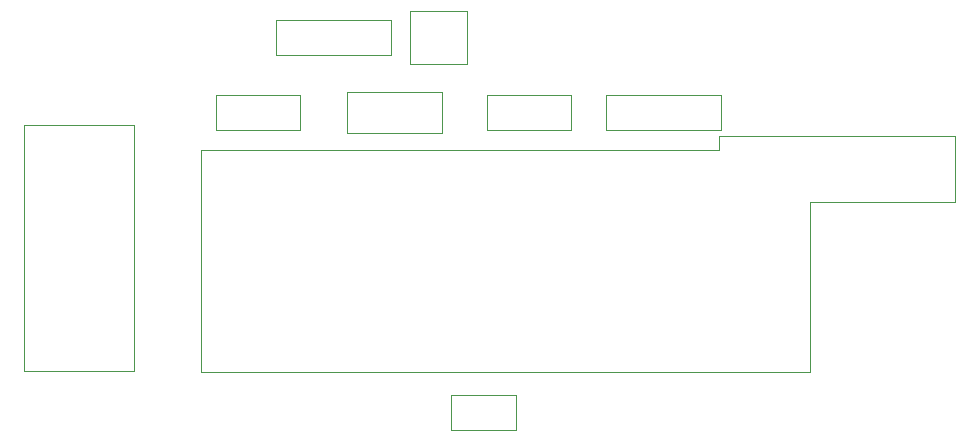
<source format=gbr>
%TF.GenerationSoftware,KiCad,Pcbnew,5.1.6-c6e7f7d~86~ubuntu18.04.1*%
%TF.CreationDate,2020-05-25T18:43:36+02:00*%
%TF.ProjectId,atmega_prog_adapter_v2,61746d65-6761-45f7-9072-6f675f616461,1.0*%
%TF.SameCoordinates,PX54c81a0PY68290a0*%
%TF.FileFunction,Other,User*%
%FSLAX46Y46*%
G04 Gerber Fmt 4.6, Leading zero omitted, Abs format (unit mm)*
G04 Created by KiCad (PCBNEW 5.1.6-c6e7f7d~86~ubuntu18.04.1) date 2020-05-25 18:43:36*
%MOMM*%
%LPD*%
G01*
G04 APERTURE LIST*
%ADD10C,0.050000*%
G04 APERTURE END LIST*
D10*
%TO.C,C1*%
X43370000Y5310000D02*
X37870000Y5310000D01*
X43370000Y2310000D02*
X43370000Y5310000D01*
X37870000Y2310000D02*
X43370000Y2310000D01*
X37870000Y5310000D02*
X37870000Y2310000D01*
%TO.C,C2*%
X40940000Y27710000D02*
X48040000Y27710000D01*
X40940000Y30710000D02*
X40940000Y27710000D01*
X48040000Y30710000D02*
X40940000Y30710000D01*
X48040000Y27710000D02*
X48040000Y30710000D01*
%TO.C,C3*%
X18000000Y30710000D02*
X18000000Y27710000D01*
X18000000Y27710000D02*
X25100000Y27710000D01*
X25100000Y27710000D02*
X25100000Y30710000D01*
X25100000Y30710000D02*
X18000000Y30710000D01*
%TO.C,D1*%
X34400000Y33310000D02*
X39250000Y33310000D01*
X34400000Y37810000D02*
X34400000Y33310000D01*
X39250000Y37810000D02*
X34400000Y37810000D01*
X39250000Y33310000D02*
X39250000Y37810000D01*
%TO.C,J1*%
X1670000Y28155000D02*
X11030000Y28155000D01*
X1670000Y7295000D02*
X1670000Y28155000D01*
X11030000Y7295000D02*
X1670000Y7295000D01*
X11030000Y28155000D02*
X11030000Y7295000D01*
%TO.C,R1*%
X60740000Y30710000D02*
X51020000Y30710000D01*
X60740000Y27710000D02*
X60740000Y30710000D01*
X51020000Y27710000D02*
X60740000Y27710000D01*
X51020000Y30710000D02*
X51020000Y27710000D01*
%TO.C,R2*%
X32800000Y34060000D02*
X32800000Y37060000D01*
X32800000Y37060000D02*
X23080000Y37060000D01*
X23080000Y37060000D02*
X23080000Y34060000D01*
X23080000Y34060000D02*
X32800000Y34060000D01*
%TO.C,U1*%
X60550000Y27240000D02*
X80510000Y27240000D01*
X60550000Y26060000D02*
X60550000Y27240000D01*
X16710000Y26060000D02*
X60550000Y26060000D01*
X16710000Y7260000D02*
X16710000Y26060000D01*
X68210000Y7260000D02*
X16710000Y7260000D01*
X68210000Y21640000D02*
X68210000Y7260000D01*
X80510000Y21640000D02*
X68210000Y21640000D01*
X80510000Y27240000D02*
X80510000Y21640000D01*
%TO.C,Y1*%
X29060000Y27510000D02*
X37060000Y27510000D01*
X29060000Y30910000D02*
X29060000Y27510000D01*
X37060000Y30910000D02*
X29060000Y30910000D01*
X37060000Y27510000D02*
X37060000Y30910000D01*
%TD*%
M02*

</source>
